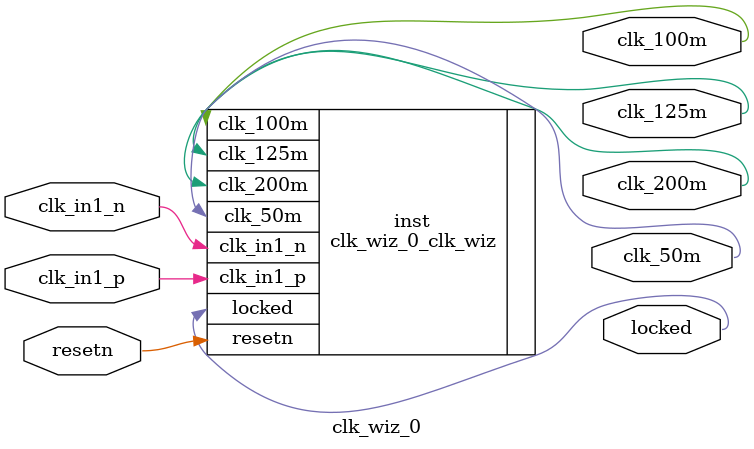
<source format=v>


`timescale 1ps/1ps

(* CORE_GENERATION_INFO = "clk_wiz_0,clk_wiz_v6_0_1_0_0,{component_name=clk_wiz_0,use_phase_alignment=true,use_min_o_jitter=false,use_max_i_jitter=false,use_dyn_phase_shift=false,use_inclk_switchover=false,use_dyn_reconfig=false,enable_axi=0,feedback_source=FDBK_AUTO,PRIMITIVE=MMCM,num_out_clk=4,clkin1_period=5.000,clkin2_period=10.0,use_power_down=false,use_reset=true,use_locked=true,use_inclk_stopped=false,feedback_type=SINGLE,CLOCK_MGR_TYPE=NA,manual_override=false}" *)

module clk_wiz_0 
 (
  // Clock out ports
  output        clk_100m,
  output        clk_50m,
  output        clk_200m,
  output        clk_125m,
  // Status and control signals
  input         resetn,
  output        locked,
 // Clock in ports
  input         clk_in1_p,
  input         clk_in1_n
 );

  clk_wiz_0_clk_wiz inst
  (
  // Clock out ports  
  .clk_100m(clk_100m),
  .clk_50m(clk_50m),
  .clk_200m(clk_200m),
  .clk_125m(clk_125m),
  // Status and control signals               
  .resetn(resetn), 
  .locked(locked),
 // Clock in ports
  .clk_in1_p(clk_in1_p),
  .clk_in1_n(clk_in1_n)
  );

endmodule

</source>
